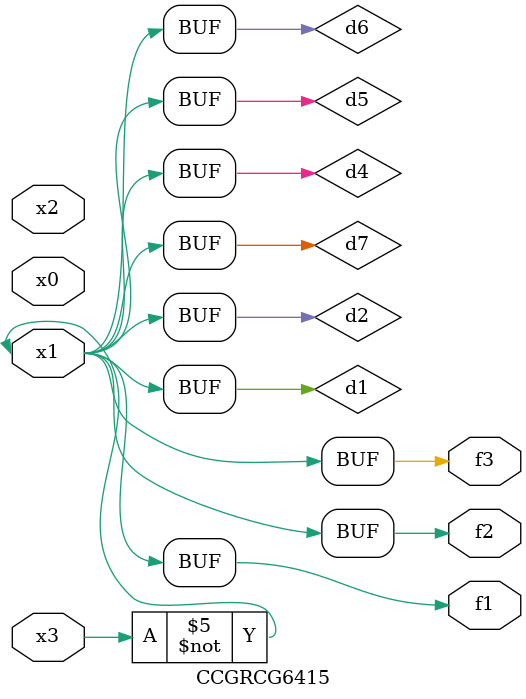
<source format=v>
module CCGRCG6415(
	input x0, x1, x2, x3,
	output f1, f2, f3
);

	wire d1, d2, d3, d4, d5, d6, d7;

	not (d1, x3);
	buf (d2, x1);
	xnor (d3, d1, d2);
	nor (d4, d1);
	buf (d5, d1, d2);
	buf (d6, d4, d5);
	nand (d7, d4);
	assign f1 = d6;
	assign f2 = d7;
	assign f3 = d6;
endmodule

</source>
